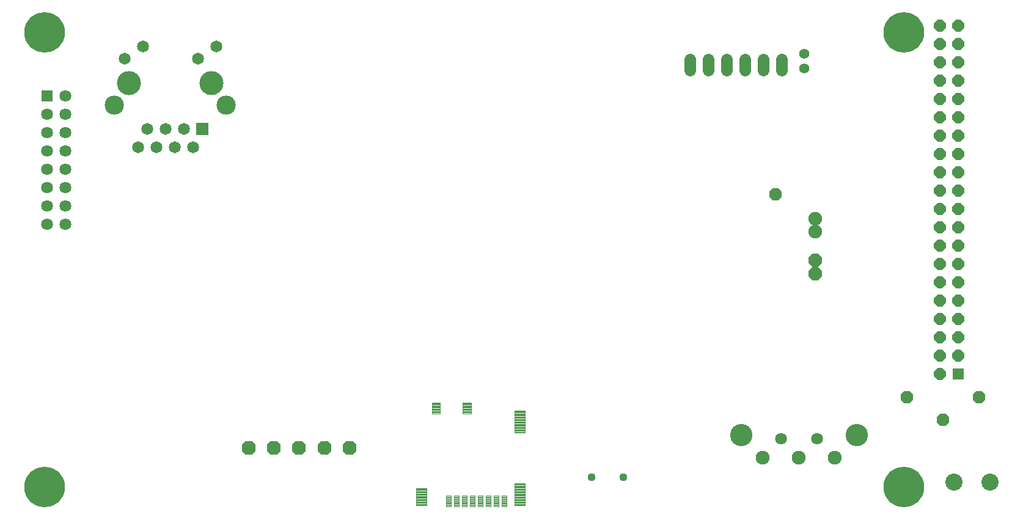
<source format=gbs>
G75*
%MOIN*%
%OFA0B0*%
%FSLAX25Y25*%
%IPPOS*%
%LPD*%
%AMOC8*
5,1,8,0,0,1.08239X$1,22.5*
%
%ADD10OC8,0.06996*%
%ADD11R,0.06406X0.06406*%
%ADD12OC8,0.06406*%
%ADD13C,0.06406*%
%ADD14OC8,0.07587*%
%ADD15C,0.07587*%
%ADD16C,0.12161*%
%ADD17C,0.00488*%
%ADD18C,0.00435*%
%ADD19C,0.00435*%
%ADD20C,0.06500*%
%ADD21R,0.06500X0.06500*%
%ADD22C,0.13098*%
%ADD23C,0.10500*%
%ADD24C,0.04437*%
%ADD25C,0.09358*%
%ADD26C,0.06406*%
%ADD27C,0.05500*%
%ADD28C,0.07500*%
%ADD29OC8,0.07500*%
%ADD30C,0.22154*%
D10*
X0466228Y0328399D03*
X0537943Y0217849D03*
X0557628Y0205251D03*
X0577314Y0217849D03*
D11*
X0565912Y0230547D03*
X0069078Y0381999D03*
D12*
X0555912Y0380547D03*
X0555912Y0370547D03*
X0555912Y0360547D03*
X0555912Y0350547D03*
X0555912Y0340547D03*
X0565912Y0340547D03*
X0565912Y0350547D03*
X0565912Y0360547D03*
X0565912Y0370547D03*
X0565912Y0380547D03*
X0565912Y0390547D03*
X0555912Y0390547D03*
X0555912Y0400547D03*
X0565912Y0400547D03*
X0565912Y0410547D03*
X0555912Y0410547D03*
X0555912Y0420547D03*
X0565912Y0420547D03*
X0565912Y0330547D03*
X0565912Y0320547D03*
X0565912Y0310547D03*
X0565912Y0300547D03*
X0565912Y0290547D03*
X0565912Y0280547D03*
X0565912Y0270547D03*
X0555912Y0270547D03*
X0555912Y0280547D03*
X0555912Y0290547D03*
X0555912Y0300547D03*
X0555912Y0310547D03*
X0555912Y0320547D03*
X0555912Y0330547D03*
X0555912Y0260547D03*
X0555912Y0250547D03*
X0555912Y0240547D03*
X0555912Y0230547D03*
X0565912Y0240547D03*
X0565912Y0250547D03*
X0565912Y0260547D03*
D13*
X0488983Y0194957D03*
X0469298Y0194957D03*
X0079078Y0311999D03*
X0069078Y0311999D03*
X0069078Y0321999D03*
X0069078Y0331999D03*
X0069078Y0341999D03*
X0069078Y0351999D03*
X0069078Y0361999D03*
X0069078Y0371999D03*
X0079078Y0371999D03*
X0079078Y0361999D03*
X0079078Y0351999D03*
X0079078Y0341999D03*
X0079078Y0331999D03*
X0079078Y0321999D03*
X0079078Y0381999D03*
D14*
X0178943Y0190232D03*
X0192723Y0190232D03*
X0206502Y0190232D03*
X0220282Y0190232D03*
X0234062Y0190232D03*
D15*
X0459455Y0184720D03*
X0479140Y0184720D03*
X0498825Y0184720D03*
D16*
X0510636Y0196925D03*
X0447644Y0196925D03*
D17*
X0319698Y0164057D02*
X0316930Y0164057D01*
X0319698Y0164057D02*
X0319698Y0158139D01*
X0316930Y0158139D01*
X0316930Y0164057D01*
X0316930Y0158626D02*
X0319698Y0158626D01*
X0319698Y0159113D02*
X0316930Y0159113D01*
X0316930Y0159600D02*
X0319698Y0159600D01*
X0319698Y0160087D02*
X0316930Y0160087D01*
X0316930Y0160574D02*
X0319698Y0160574D01*
X0319698Y0161061D02*
X0316930Y0161061D01*
X0316930Y0161548D02*
X0319698Y0161548D01*
X0319698Y0162035D02*
X0316930Y0162035D01*
X0316930Y0162522D02*
X0319698Y0162522D01*
X0319698Y0163009D02*
X0316930Y0163009D01*
X0316930Y0163496D02*
X0319698Y0163496D01*
X0319698Y0163983D02*
X0316930Y0163983D01*
X0315367Y0164057D02*
X0312599Y0164057D01*
X0315367Y0164057D02*
X0315367Y0158139D01*
X0312599Y0158139D01*
X0312599Y0164057D01*
X0312599Y0158626D02*
X0315367Y0158626D01*
X0315367Y0159113D02*
X0312599Y0159113D01*
X0312599Y0159600D02*
X0315367Y0159600D01*
X0315367Y0160087D02*
X0312599Y0160087D01*
X0312599Y0160574D02*
X0315367Y0160574D01*
X0315367Y0161061D02*
X0312599Y0161061D01*
X0312599Y0161548D02*
X0315367Y0161548D01*
X0315367Y0162035D02*
X0312599Y0162035D01*
X0312599Y0162522D02*
X0315367Y0162522D01*
X0315367Y0163009D02*
X0312599Y0163009D01*
X0312599Y0163496D02*
X0315367Y0163496D01*
X0315367Y0163983D02*
X0312599Y0163983D01*
X0311036Y0164057D02*
X0308268Y0164057D01*
X0311036Y0164057D02*
X0311036Y0158139D01*
X0308268Y0158139D01*
X0308268Y0164057D01*
X0308268Y0158626D02*
X0311036Y0158626D01*
X0311036Y0159113D02*
X0308268Y0159113D01*
X0308268Y0159600D02*
X0311036Y0159600D01*
X0311036Y0160087D02*
X0308268Y0160087D01*
X0308268Y0160574D02*
X0311036Y0160574D01*
X0311036Y0161061D02*
X0308268Y0161061D01*
X0308268Y0161548D02*
X0311036Y0161548D01*
X0311036Y0162035D02*
X0308268Y0162035D01*
X0308268Y0162522D02*
X0311036Y0162522D01*
X0311036Y0163009D02*
X0308268Y0163009D01*
X0308268Y0163496D02*
X0311036Y0163496D01*
X0311036Y0163983D02*
X0308268Y0163983D01*
X0306705Y0164057D02*
X0303937Y0164057D01*
X0306705Y0164057D02*
X0306705Y0158139D01*
X0303937Y0158139D01*
X0303937Y0164057D01*
X0303937Y0158626D02*
X0306705Y0158626D01*
X0306705Y0159113D02*
X0303937Y0159113D01*
X0303937Y0159600D02*
X0306705Y0159600D01*
X0306705Y0160087D02*
X0303937Y0160087D01*
X0303937Y0160574D02*
X0306705Y0160574D01*
X0306705Y0161061D02*
X0303937Y0161061D01*
X0303937Y0161548D02*
X0306705Y0161548D01*
X0306705Y0162035D02*
X0303937Y0162035D01*
X0303937Y0162522D02*
X0306705Y0162522D01*
X0306705Y0163009D02*
X0303937Y0163009D01*
X0303937Y0163496D02*
X0306705Y0163496D01*
X0306705Y0163983D02*
X0303937Y0163983D01*
X0302375Y0164057D02*
X0299607Y0164057D01*
X0302375Y0164057D02*
X0302375Y0158139D01*
X0299607Y0158139D01*
X0299607Y0164057D01*
X0299607Y0158626D02*
X0302375Y0158626D01*
X0302375Y0159113D02*
X0299607Y0159113D01*
X0299607Y0159600D02*
X0302375Y0159600D01*
X0302375Y0160087D02*
X0299607Y0160087D01*
X0299607Y0160574D02*
X0302375Y0160574D01*
X0302375Y0161061D02*
X0299607Y0161061D01*
X0299607Y0161548D02*
X0302375Y0161548D01*
X0302375Y0162035D02*
X0299607Y0162035D01*
X0299607Y0162522D02*
X0302375Y0162522D01*
X0302375Y0163009D02*
X0299607Y0163009D01*
X0299607Y0163496D02*
X0302375Y0163496D01*
X0302375Y0163983D02*
X0299607Y0163983D01*
X0298044Y0164057D02*
X0295276Y0164057D01*
X0298044Y0164057D02*
X0298044Y0158139D01*
X0295276Y0158139D01*
X0295276Y0164057D01*
X0295276Y0158626D02*
X0298044Y0158626D01*
X0298044Y0159113D02*
X0295276Y0159113D01*
X0295276Y0159600D02*
X0298044Y0159600D01*
X0298044Y0160087D02*
X0295276Y0160087D01*
X0295276Y0160574D02*
X0298044Y0160574D01*
X0298044Y0161061D02*
X0295276Y0161061D01*
X0295276Y0161548D02*
X0298044Y0161548D01*
X0298044Y0162035D02*
X0295276Y0162035D01*
X0295276Y0162522D02*
X0298044Y0162522D01*
X0298044Y0163009D02*
X0295276Y0163009D01*
X0295276Y0163496D02*
X0298044Y0163496D01*
X0298044Y0163983D02*
X0295276Y0163983D01*
X0293713Y0164057D02*
X0290945Y0164057D01*
X0293713Y0164057D02*
X0293713Y0158139D01*
X0290945Y0158139D01*
X0290945Y0164057D01*
X0290945Y0158626D02*
X0293713Y0158626D01*
X0293713Y0159113D02*
X0290945Y0159113D01*
X0290945Y0159600D02*
X0293713Y0159600D01*
X0293713Y0160087D02*
X0290945Y0160087D01*
X0290945Y0160574D02*
X0293713Y0160574D01*
X0293713Y0161061D02*
X0290945Y0161061D01*
X0290945Y0161548D02*
X0293713Y0161548D01*
X0293713Y0162035D02*
X0290945Y0162035D01*
X0290945Y0162522D02*
X0293713Y0162522D01*
X0293713Y0163009D02*
X0290945Y0163009D01*
X0290945Y0163496D02*
X0293713Y0163496D01*
X0293713Y0163983D02*
X0290945Y0163983D01*
X0289383Y0164057D02*
X0286615Y0164057D01*
X0289383Y0164057D02*
X0289383Y0158139D01*
X0286615Y0158139D01*
X0286615Y0164057D01*
X0286615Y0158626D02*
X0289383Y0158626D01*
X0289383Y0159113D02*
X0286615Y0159113D01*
X0286615Y0159600D02*
X0289383Y0159600D01*
X0289383Y0160087D02*
X0286615Y0160087D01*
X0286615Y0160574D02*
X0289383Y0160574D01*
X0289383Y0161061D02*
X0286615Y0161061D01*
X0286615Y0161548D02*
X0289383Y0161548D01*
X0289383Y0162035D02*
X0286615Y0162035D01*
X0286615Y0162522D02*
X0289383Y0162522D01*
X0289383Y0163009D02*
X0286615Y0163009D01*
X0286615Y0163496D02*
X0289383Y0163496D01*
X0289383Y0163983D02*
X0286615Y0163983D01*
D18*
X0276122Y0167922D02*
X0270348Y0167922D01*
X0276122Y0167922D02*
X0276122Y0158684D01*
X0270348Y0158684D01*
X0270348Y0167922D01*
X0270348Y0159118D02*
X0276122Y0159118D01*
X0276122Y0159552D02*
X0270348Y0159552D01*
X0270348Y0159986D02*
X0276122Y0159986D01*
X0276122Y0160420D02*
X0270348Y0160420D01*
X0270348Y0160854D02*
X0276122Y0160854D01*
X0276122Y0161288D02*
X0270348Y0161288D01*
X0270348Y0161722D02*
X0276122Y0161722D01*
X0276122Y0162156D02*
X0270348Y0162156D01*
X0270348Y0162590D02*
X0276122Y0162590D01*
X0276122Y0163024D02*
X0270348Y0163024D01*
X0270348Y0163458D02*
X0276122Y0163458D01*
X0276122Y0163892D02*
X0270348Y0163892D01*
X0270348Y0164326D02*
X0276122Y0164326D01*
X0276122Y0164760D02*
X0270348Y0164760D01*
X0270348Y0165194D02*
X0276122Y0165194D01*
X0276122Y0165628D02*
X0270348Y0165628D01*
X0270348Y0166062D02*
X0276122Y0166062D01*
X0276122Y0166496D02*
X0270348Y0166496D01*
X0270348Y0166930D02*
X0276122Y0166930D01*
X0276122Y0167364D02*
X0270348Y0167364D01*
X0270348Y0167798D02*
X0276122Y0167798D01*
X0323891Y0170580D02*
X0329665Y0170580D01*
X0329665Y0158704D01*
X0323891Y0158704D01*
X0323891Y0170580D01*
X0323891Y0159138D02*
X0329665Y0159138D01*
X0329665Y0159572D02*
X0323891Y0159572D01*
X0323891Y0160006D02*
X0329665Y0160006D01*
X0329665Y0160440D02*
X0323891Y0160440D01*
X0323891Y0160874D02*
X0329665Y0160874D01*
X0329665Y0161308D02*
X0323891Y0161308D01*
X0323891Y0161742D02*
X0329665Y0161742D01*
X0329665Y0162176D02*
X0323891Y0162176D01*
X0323891Y0162610D02*
X0329665Y0162610D01*
X0329665Y0163044D02*
X0323891Y0163044D01*
X0323891Y0163478D02*
X0329665Y0163478D01*
X0329665Y0163912D02*
X0323891Y0163912D01*
X0323891Y0164346D02*
X0329665Y0164346D01*
X0329665Y0164780D02*
X0323891Y0164780D01*
X0323891Y0165214D02*
X0329665Y0165214D01*
X0329665Y0165648D02*
X0323891Y0165648D01*
X0323891Y0166082D02*
X0329665Y0166082D01*
X0329665Y0166516D02*
X0323891Y0166516D01*
X0323891Y0166950D02*
X0329665Y0166950D01*
X0329665Y0167384D02*
X0323891Y0167384D01*
X0323891Y0167818D02*
X0329665Y0167818D01*
X0329665Y0168252D02*
X0323891Y0168252D01*
X0323891Y0168686D02*
X0329665Y0168686D01*
X0329665Y0169120D02*
X0323891Y0169120D01*
X0323891Y0169554D02*
X0329665Y0169554D01*
X0329665Y0169988D02*
X0323891Y0169988D01*
X0323891Y0170422D02*
X0329665Y0170422D01*
X0329665Y0210344D02*
X0323891Y0210344D01*
X0329665Y0210344D02*
X0329665Y0198468D01*
X0323891Y0198468D01*
X0323891Y0210344D01*
X0323891Y0198902D02*
X0329665Y0198902D01*
X0329665Y0199336D02*
X0323891Y0199336D01*
X0323891Y0199770D02*
X0329665Y0199770D01*
X0329665Y0200204D02*
X0323891Y0200204D01*
X0323891Y0200638D02*
X0329665Y0200638D01*
X0329665Y0201072D02*
X0323891Y0201072D01*
X0323891Y0201506D02*
X0329665Y0201506D01*
X0329665Y0201940D02*
X0323891Y0201940D01*
X0323891Y0202374D02*
X0329665Y0202374D01*
X0329665Y0202808D02*
X0323891Y0202808D01*
X0323891Y0203242D02*
X0329665Y0203242D01*
X0329665Y0203676D02*
X0323891Y0203676D01*
X0323891Y0204110D02*
X0329665Y0204110D01*
X0329665Y0204544D02*
X0323891Y0204544D01*
X0323891Y0204978D02*
X0329665Y0204978D01*
X0329665Y0205412D02*
X0323891Y0205412D01*
X0323891Y0205846D02*
X0329665Y0205846D01*
X0329665Y0206280D02*
X0323891Y0206280D01*
X0323891Y0206714D02*
X0329665Y0206714D01*
X0329665Y0207148D02*
X0323891Y0207148D01*
X0323891Y0207582D02*
X0329665Y0207582D01*
X0329665Y0208016D02*
X0323891Y0208016D01*
X0323891Y0208450D02*
X0329665Y0208450D01*
X0329665Y0208884D02*
X0323891Y0208884D01*
X0323891Y0209318D02*
X0329665Y0209318D01*
X0329665Y0209752D02*
X0323891Y0209752D01*
X0323891Y0210186D02*
X0329665Y0210186D01*
D19*
X0300236Y0214872D02*
X0295840Y0214872D01*
X0300236Y0214872D02*
X0300236Y0208900D01*
X0295840Y0208900D01*
X0295840Y0214872D01*
X0295840Y0209334D02*
X0300236Y0209334D01*
X0300236Y0209768D02*
X0295840Y0209768D01*
X0295840Y0210202D02*
X0300236Y0210202D01*
X0300236Y0210636D02*
X0295840Y0210636D01*
X0295840Y0211070D02*
X0300236Y0211070D01*
X0300236Y0211504D02*
X0295840Y0211504D01*
X0295840Y0211938D02*
X0300236Y0211938D01*
X0300236Y0212372D02*
X0295840Y0212372D01*
X0295840Y0212806D02*
X0300236Y0212806D01*
X0300236Y0213240D02*
X0295840Y0213240D01*
X0295840Y0213674D02*
X0300236Y0213674D01*
X0300236Y0214108D02*
X0295840Y0214108D01*
X0295840Y0214542D02*
X0300236Y0214542D01*
X0283307Y0214872D02*
X0278911Y0214872D01*
X0283307Y0214872D02*
X0283307Y0208900D01*
X0278911Y0208900D01*
X0278911Y0214872D01*
X0278911Y0209334D02*
X0283307Y0209334D01*
X0283307Y0209768D02*
X0278911Y0209768D01*
X0278911Y0210202D02*
X0283307Y0210202D01*
X0283307Y0210636D02*
X0278911Y0210636D01*
X0278911Y0211070D02*
X0283307Y0211070D01*
X0283307Y0211504D02*
X0278911Y0211504D01*
X0278911Y0211938D02*
X0283307Y0211938D01*
X0283307Y0212372D02*
X0278911Y0212372D01*
X0278911Y0212806D02*
X0283307Y0212806D01*
X0283307Y0213240D02*
X0278911Y0213240D01*
X0278911Y0213674D02*
X0283307Y0213674D01*
X0283307Y0214108D02*
X0278911Y0214108D01*
X0278911Y0214542D02*
X0283307Y0214542D01*
D20*
X0148819Y0353982D03*
X0138819Y0353982D03*
X0128819Y0353982D03*
X0118819Y0353982D03*
X0123819Y0363982D03*
X0133819Y0363982D03*
X0143819Y0363982D03*
X0151220Y0402289D03*
X0161220Y0408982D03*
X0121417Y0408982D03*
X0111417Y0402289D03*
D21*
X0153819Y0363982D03*
D22*
X0158819Y0388982D03*
X0113819Y0388982D03*
D23*
X0105807Y0376974D03*
X0166830Y0376974D03*
D24*
X0366148Y0174091D03*
X0383471Y0174091D03*
D25*
X0563786Y0171335D03*
X0583471Y0171335D03*
D26*
X0469678Y0396146D02*
X0469678Y0402052D01*
X0459678Y0402052D02*
X0459678Y0396146D01*
X0449678Y0396146D02*
X0449678Y0402052D01*
X0439678Y0402052D02*
X0439678Y0396146D01*
X0429678Y0396146D02*
X0429678Y0402052D01*
X0419678Y0402052D02*
X0419678Y0396146D01*
D27*
X0482028Y0397062D03*
X0482028Y0404936D03*
D28*
X0488178Y0315160D03*
X0488178Y0308073D03*
D29*
X0488178Y0292325D03*
X0488178Y0285239D03*
D30*
X0067723Y0168579D03*
X0067723Y0416610D03*
X0536227Y0416610D03*
X0536227Y0168579D03*
M02*

</source>
